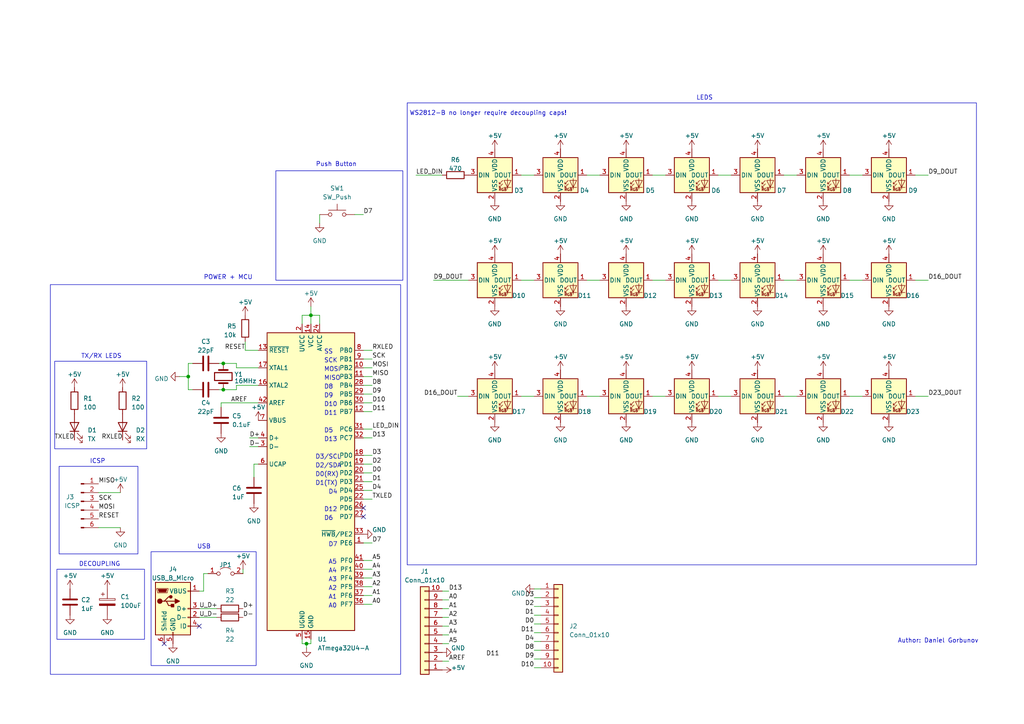
<source format=kicad_sch>
(kicad_sch (version 20231120) (generator "eeschema") (generator_version "8.0")
  (paper "A4")
  (title_block (title "Essentials of PCB Design Starter Board") (date "2024-03-17") (rev "v1"))
  (lib_symbols
    (symbol "Connector:Conn_01x06_Pin" (pin_names (offset 1.016) hide)
      (property "Reference" "J" (at 0 7.62 0))
      (property "Value" "Conn_01x06_Pin" (at 0 -10.16 0))
      (symbol "Conn_01x06_Pin_1_1"
        (polyline (pts (xy 1.27 -7.62) (xy 0.8636 -7.62)) (stroke (width 0.1524)))
        (polyline (pts (xy 1.27 -5.08) (xy 0.8636 -5.08)) (stroke (width 0.1524)))
        (polyline (pts (xy 1.27 -2.54) (xy 0.8636 -2.54)) (stroke (width 0.1524)))
        (polyline (pts (xy 1.27 0) (xy 0.8636 0)) (stroke (width 0.1524)))
        (polyline (pts (xy 1.27 2.54) (xy 0.8636 2.54)) (stroke (width 0.1524)))
        (polyline (pts (xy 1.27 5.08) (xy 0.8636 5.08)) (stroke (width 0.1524)))
        (rectangle (start 0.8636 -7.493) (end 0 -7.747) (stroke (width 0.1524)) (fill (type outline)))
        (rectangle (start 0.8636 -4.953) (end 0 -5.207) (stroke (width 0.1524)) (fill (type outline)))
        (rectangle (start 0.8636 -2.413) (end 0 -2.667) (stroke (width 0.1524)) (fill (type outline)))
        (rectangle (start 0.8636 0.127) (end 0 -0.127) (stroke (width 0.1524)) (fill (type outline)))
        (rectangle (start 0.8636 2.667) (end 0 2.413) (stroke (width 0.1524)) (fill (type outline)))
        (rectangle (start 0.8636 5.207) (end 0 4.953) (stroke (width 0.1524)) (fill (type outline)))
        (pin passive line (at 5.08 5.08 180) (length 3.81) (name "Pin_1") (number "1"))
        (pin passive line (at 5.08 2.54 180) (length 3.81) (name "Pin_2") (number "2"))
        (pin passive line (at 5.08 0 180) (length 3.81) (name "Pin_3") (number "3"))
        (pin passive line (at 5.08 -2.54 180) (length 3.81) (name "Pin_4") (number "4"))
        (pin passive line (at 5.08 -5.08 180) (length 3.81) (name "Pin_5") (number "5"))
        (pin passive line (at 5.08 -7.62 180) (length 3.81) (name "Pin_6") (number "6"))
      )
    )
    (symbol "Connector:USB_B_Micro" (pin_names (offset 1.016))
      (property "Reference" "J" (at -5.08 11.43 0))
      (property "Value" "USB_B_Micro" (at -5.08 8.89 0))
      (symbol "USB_B_Micro_0_1"
        (rectangle (start -5.08 -7.62) (end 5.08 7.62) (stroke (width 0.254)) (fill (type background)))
        (circle (center -3.81 2.159) (radius 0.635) (stroke (width 0.254)) (fill (type outline)))
        (circle (center -0.635 3.429) (radius 0.381) (stroke (width 0.254)) (fill (type outline)))
        (rectangle (start -0.127 -7.62) (end 0.127 -6.858))
        (polyline (pts (xy -1.905 2.159) (xy 0.635 2.159)) (stroke (width 0.254)))
        (polyline (pts (xy -3.175 2.159) (xy -2.54 2.159) (xy -1.27 3.429) (xy -0.635 3.429)) (stroke (width 0.254)))
        (polyline (pts (xy -2.54 2.159) (xy -1.905 2.159) (xy -1.27 0.889) (xy 0 0.889)) (stroke (width 0.254)))
        (polyline (pts (xy 0.635 2.794) (xy 0.635 1.524) (xy 1.905 2.159) (xy 0.635 2.794)) (stroke (width 0.254)) (fill (type outline)))
        (polyline (pts (xy -4.318 5.588) (xy -1.778 5.588) (xy -2.032 4.826) (xy -4.064 4.826) (xy -4.318 5.588)) (fill (type outline)))
        (polyline (pts (xy -4.699 5.842) (xy -4.699 5.588) (xy -4.445 4.826) (xy -4.445 4.572) (xy -1.651 4.572) (xy -1.651 4.826) (xy -1.397 5.588) (xy -1.397 5.842) (xy -4.699 5.842)))
        (rectangle (start 0.254 1.27) (end -0.508 0.508) (stroke (width 0.254)) (fill (type outline)))
        (rectangle (start 5.08 -5.207) (end 4.318 -4.953))
        (rectangle (start 5.08 -2.667) (end 4.318 -2.413))
        (rectangle (start 5.08 -0.127) (end 4.318 0.127))
        (rectangle (start 5.08 4.953) (end 4.318 5.207))
      )
      (symbol "USB_B_Micro_1_1"
        (pin power_out line (at 7.62 5.08 180) (length 2.54) (name "VBUS") (number "1"))
        (pin bidirectional line (at 7.62 -2.54 180) (length 2.54) (name "D-") (number "2"))
        (pin bidirectional line (at 7.62 0 180) (length 2.54) (name "D+") (number "3"))
        (pin passive line (at 7.62 -5.08 180) (length 2.54) (name "ID") (number "4"))
        (pin power_out line (at 0 -10.16 90) (length 2.54) (name "GND") (number "5"))
        (pin passive line (at -2.54 -10.16 90) (length 2.54) (name "Shield") (number "6"))
      )
    )
    (symbol "Connector_Generic:Conn_01x10" (pin_names (offset 1.016) hide)
      (property "Reference" "J" (at 0 12.7 0))
      (property "Value" "Conn_01x10" (at 0 -15.24 0))
      (symbol "Conn_01x10_1_1"
        (rectangle (start -1.27 -12.573) (end 0 -12.827) (stroke (width 0.1524)))
        (rectangle (start -1.27 -10.033) (end 0 -10.287) (stroke (width 0.1524)))
        (rectangle (start -1.27 -7.493) (end 0 -7.747) (stroke (width 0.1524)))
        (rectangle (start -1.27 -4.953) (end 0 -5.207) (stroke (width 0.1524)))
        (rectangle (start -1.27 -2.413) (end 0 -2.667) (stroke (width 0.1524)))
        (rectangle (start -1.27 0.127) (end 0 -0.127) (stroke (width 0.1524)))
        (rectangle (start -1.27 2.667) (end 0 2.413) (stroke (width 0.1524)))
        (rectangle (start -1.27 5.207) (end 0 4.953) (stroke (width 0.1524)))
        (rectangle (start -1.27 7.747) (end 0 7.493) (stroke (width 0.1524)))
        (rectangle (start -1.27 10.287) (end 0 10.033) (stroke (width 0.1524)))
        (rectangle (start -1.27 11.43) (end 1.27 -13.97) (stroke (width 0.254)) (fill (type background)))
        (pin passive line (at -5.08 10.16 0) (length 3.81) (name "Pin_1") (number "1"))
        (pin passive line (at -5.08 -12.7 0) (length 3.81) (name "Pin_10") (number "10"))
        (pin passive line (at -5.08 7.62 0) (length 3.81) (name "Pin_2") (number "2"))
        (pin passive line (at -5.08 5.08 0) (length 3.81) (name "Pin_3") (number "3"))
        (pin passive line (at -5.08 2.54 0) (length 3.81) (name "Pin_4") (number "4"))
        (pin passive line (at -5.08 0 0) (length 3.81) (name "Pin_5") (number "5"))
        (pin passive line (at -5.08 -2.54 0) (length 3.81) (name "Pin_6") (number "6"))
        (pin passive line (at -5.08 -5.08 0) (length 3.81) (name "Pin_7") (number "7"))
        (pin passive line (at -5.08 -7.62 0) (length 3.81) (name "Pin_8") (number "8"))
        (pin passive line (at -5.08 -10.16 0) (length 3.81) (name "Pin_9") (number "9"))
      )
    )
    (symbol "Device:C" (pin_numbers hide) (pin_names (offset 0.254))
      (property "Reference" "C" (at 0.635 2.54 0))
      (property "Value" "C" (at 0.635 -2.54 0))
      (symbol "C_0_1"
        (polyline (pts (xy -2.032 -0.762) (xy 2.032 -0.762)) (stroke (width 0.508)))
        (polyline (pts (xy -2.032 0.762) (xy 2.032 0.762)) (stroke (width 0.508)))
      )
      (symbol "C_1_1"
        (pin passive line (at 0 3.81 270) (length 2.794) (name "~") (number "1"))
        (pin passive line (at 0 -3.81 90) (length 2.794) (name "~") (number "2"))
      )
    )
    (symbol "Device:C_Polarized" (pin_numbers hide) (pin_names (offset 0.254))
      (property "Reference" "C" (at 0.635 2.54 0))
      (property "Value" "C_Polarized" (at 0.635 -2.54 0))
      (symbol "C_Polarized_0_1"
        (rectangle (start -2.286 0.508) (end 2.286 1.016))
        (polyline (pts (xy -1.778 2.286) (xy -0.762 2.286)))
        (polyline (pts (xy -1.27 2.794) (xy -1.27 1.778)))
        (rectangle (start 2.286 -0.508) (end -2.286 -1.016) (fill (type outline)))
      )
      (symbol "C_Polarized_1_1"
        (pin passive line (at 0 3.81 270) (length 2.794) (name "~") (number "1"))
        (pin passive line (at 0 -3.81 90) (length 2.794) (name "~") (number "2"))
      )
    )
    (symbol "Device:Crystal" (pin_numbers hide) (pin_names (offset 1.016) hide)
      (property "Reference" "Y" (at 0 3.81 0))
      (property "Value" "Crystal" (at 0 -3.81 0))
      (symbol "Crystal_0_1"
        (rectangle (start -1.143 2.54) (end 1.143 -2.54) (stroke (width 0.3048)))
        (polyline (pts (xy -2.54 0) (xy -1.905 0)))
        (polyline (pts (xy -1.905 -1.27) (xy -1.905 1.27)) (stroke (width 0.508)))
        (polyline (pts (xy 1.905 -1.27) (xy 1.905 1.27)) (stroke (width 0.508)))
        (polyline (pts (xy 2.54 0) (xy 1.905 0)))
      )
      (symbol "Crystal_1_1"
        (pin passive line (at -3.81 0 0) (length 1.27) (name "1") (number "1"))
        (pin passive line (at 3.81 0 180) (length 1.27) (name "2") (number "2"))
      )
    )
    (symbol "Device:LED" (pin_numbers hide) (pin_names (offset 1.016) hide)
      (property "Reference" "D" (at 0 2.54 0))
      (property "Value" "LED" (at 0 -2.54 0))
      (symbol "LED_0_1"
        (polyline (pts (xy -1.27 -1.27) (xy -1.27 1.27)) (stroke (width 0.254)))
        (polyline (pts (xy -1.27 0) (xy 1.27 0)))
        (polyline (pts (xy 1.27 -1.27) (xy 1.27 1.27) (xy -1.27 0) (xy 1.27 -1.27)) (stroke (width 0.254)))
        (polyline (pts (xy -3.048 -0.762) (xy -4.572 -2.286) (xy -3.81 -2.286) (xy -4.572 -2.286) (xy -4.572 -1.524)))
        (polyline (pts (xy -1.778 -0.762) (xy -3.302 -2.286) (xy -2.54 -2.286) (xy -3.302 -2.286) (xy -3.302 -1.524)))
      )
      (symbol "LED_1_1"
        (pin passive line (at -3.81 0 0) (length 2.54) (name "K") (number "1"))
        (pin passive line (at 3.81 0 180) (length 2.54) (name "A") (number "2"))
      )
    )
    (symbol "Device:R" (pin_numbers hide) (pin_names (offset 0))
      (property "Reference" "R" (at 2.032 0 90))
      (property "Value" "R" (at 0 0 90))
      (symbol "R_0_1"
        (rectangle (start -1.016 -2.54) (end 1.016 2.54) (stroke (width 0.254)))
      )
      (symbol "R_1_1"
        (pin passive line (at 0 3.81 270) (length 1.27) (name "~") (number "1"))
        (pin passive line (at 0 -3.81 90) (length 1.27) (name "~") (number "2"))
      )
    )
    (symbol "GND_1" (power) (pin_numbers hide) (pin_names (offset 0) hide)
      (property "Value" "GND" (at 0 -3.81 0))
      (symbol "GND_1_0_1"
        (polyline (pts (xy 0 0) (xy 0 -1.27) (xy 1.27 -1.27) (xy 0 -2.54) (xy -1.27 -1.27) (xy 0 -1.27)))
      )
      (symbol "GND_1_1_1"
        (pin power_in line (at 0 0 270) (length 0) (name "~") (number "1"))
      )
    )
    (symbol "Jumper:Jumper_2_Open" (pin_names (offset 0) hide)
      (property "Reference" "JP" (at 0 2.794 0))
      (property "Value" "Jumper_2_Open" (at 0 -2.286 0))
      (symbol "Jumper_2_Open_0_0"
        (circle (center -2.032 0) (radius 0.508))
        (circle (center 2.032 0) (radius 0.508))
      )
      (symbol "Jumper_2_Open_0_1"
        (arc (start 1.524 1.27) (mid 0 1.778) (end -1.524 1.27))
      )
      (symbol "Jumper_2_Open_1_1"
        (pin passive line (at -5.08 0 0) (length 2.54) (name "A") (number "1"))
        (pin passive line (at 5.08 0 180) (length 2.54) (name "B") (number "2"))
      )
    )
    (symbol "LED:SK6812MINI" (pin_names (offset 0.254))
      (property "Reference" "D" (at 5.08 5.715 0))
      (property "Value" "SK6812MINI" (at 1.27 -5.715 0))
      (symbol "SK6812MINI_0_0"
        (text "RGB" (at 2.286 -4.191 0) (effects (font (size 0.762 0.762))))
      )
      (symbol "SK6812MINI_0_1"
        (polyline (pts (xy 1.27 -3.556) (xy 1.778 -3.556)))
        (polyline (pts (xy 1.27 -2.54) (xy 1.778 -2.54)))
        (polyline (pts (xy 4.699 -3.556) (xy 2.667 -3.556)))
        (polyline (pts (xy 2.286 -2.54) (xy 1.27 -3.556) (xy 1.27 -3.048)))
        (polyline (pts (xy 2.286 -1.524) (xy 1.27 -2.54) (xy 1.27 -2.032)))
        (polyline (pts (xy 3.683 -1.016) (xy 3.683 -3.556) (xy 3.683 -4.064)))
        (polyline (pts (xy 4.699 -1.524) (xy 2.667 -1.524) (xy 3.683 -3.556) (xy 4.699 -1.524)))
        (rectangle (start 5.08 5.08) (end -5.08 -5.08) (stroke (width 0.254)) (fill (type background)))
      )
      (symbol "SK6812MINI_1_1"
        (pin output line (at 7.62 0 180) (length 2.54) (name "DOUT") (number "1"))
        (pin power_in line (at 0 -7.62 90) (length 2.54) (name "VSS") (number "2"))
        (pin input line (at -7.62 0 0) (length 2.54) (name "DIN") (number "3"))
        (pin power_in line (at 0 7.62 270) (length 2.54) (name "VDD") (number "4"))
      )
    )
    (symbol "MCU_Microchip_ATmega:ATmega32U4-A"
      (property "Reference" "U" (at -12.7 44.45 0))
      (property "Value" "ATmega32U4-A" (at 2.54 -44.45 0))
      (symbol "ATmega32U4-A_0_1"
        (rectangle (start -12.7 -43.18) (end 12.7 43.18) (stroke (width 0.254)) (fill (type background)))
      )
      (symbol "ATmega32U4-A_1_1"
        (pin bidirectional line (at 15.24 -17.78 180) (length 2.54) (name "PE6") (number "1"))
        (pin bidirectional line (at 15.24 33.02 180) (length 2.54) (name "PB2") (number "10"))
        (pin bidirectional line (at 15.24 30.48 180) (length 2.54) (name "PB3") (number "11"))
        (pin bidirectional line (at 15.24 20.32 180) (length 2.54) (name "PB7") (number "12"))
        (pin input line (at -15.24 38.1 0) (length 2.54) (name "~{RESET}") (number "13"))
        (pin power_in line (at 0 45.72 270) (length 2.54) (name "VCC") (number "14"))
        (pin power_in line (at 0 -45.72 90) (length 2.54) (name "GND") (number "15"))
        (pin output line (at -15.24 27.94 0) (length 2.54) (name "XTAL2") (number "16"))
        (pin input line (at -15.24 33.02 0) (length 2.54) (name "XTAL1") (number "17"))
        (pin bidirectional line (at 15.24 7.62 180) (length 2.54) (name "PD0") (number "18"))
        (pin bidirectional line (at 15.24 5.08 180) (length 2.54) (name "PD1") (number "19"))
        (pin power_in line (at -2.54 45.72 270) (length 2.54) (name "UVCC") (number "2"))
        (pin bidirectional line (at 15.24 2.54 180) (length 2.54) (name "PD2") (number "20"))
        (pin bidirectional line (at 15.24 0 180) (length 2.54) (name "PD3") (number "21"))
        (pin bidirectional line (at 15.24 -5.08 180) (length 2.54) (name "PD5") (number "22"))
        (pin passive line (at 0 -45.72 90) (length 2.54) hide (name "GND") (number "23"))
        (pin power_in line (at 2.54 45.72 270) (length 2.54) (name "AVCC") (number "24"))
        (pin bidirectional line (at 15.24 -2.54 180) (length 2.54) (name "PD4") (number "25"))
        (pin bidirectional line (at 15.24 -7.62 180) (length 2.54) (name "PD6") (number "26"))
        (pin bidirectional line (at 15.24 -10.16 180) (length 2.54) (name "PD7") (number "27"))
        (pin bidirectional line (at 15.24 27.94 180) (length 2.54) (name "PB4") (number "28"))
        (pin bidirectional line (at 15.24 25.4 180) (length 2.54) (name "PB5") (number "29"))
        (pin bidirectional line (at -15.24 10.16 0) (length 2.54) (name "D-") (number "3"))
        (pin bidirectional line (at 15.24 22.86 180) (length 2.54) (name "PB6") (number "30"))
        (pin bidirectional line (at 15.24 15.24 180) (length 2.54) (name "PC6") (number "31"))
        (pin bidirectional line (at 15.24 12.7 180) (length 2.54) (name "PC7") (number "32"))
        (pin bidirectional line (at 15.24 -15.24 180) (length 2.54) (name "~{HWB}/PE2") (number "33"))
        (pin passive line (at 0 45.72 270) (length 2.54) hide (name "VCC") (number "34"))
        (pin passive line (at 0 -45.72 90) (length 2.54) hide (name "GND") (number "35"))
        (pin bidirectional line (at 15.24 -35.56 180) (length 2.54) (name "PF7") (number "36"))
        (pin bidirectional line (at 15.24 -33.02 180) (length 2.54) (name "PF6") (number "37"))
        (pin bidirectional line (at 15.24 -30.48 180) (length 2.54) (name "PF5") (number "38"))
        (pin bidirectional line (at 15.24 -27.94 180) (length 2.54) (name "PF4") (number "39"))
        (pin bidirectional line (at -15.24 12.7 0) (length 2.54) (name "D+") (number "4"))
        (pin bidirectional line (at 15.24 -25.4 180) (length 2.54) (name "PF1") (number "40"))
        (pin bidirectional line (at 15.24 -22.86 180) (length 2.54) (name "PF0") (number "41"))
        (pin passive line (at -15.24 22.86 0) (length 2.54) (name "AREF") (number "42"))
        (pin passive line (at 0 -45.72 90) (length 2.54) hide (name "GND") (number "43"))
        (pin passive line (at 2.54 45.72 270) (length 2.54) hide (name "AVCC") (number "44"))
        (pin passive line (at -2.54 -45.72 90) (length 2.54) (name "UGND") (number "5"))
        (pin passive line (at -15.24 5.08 0) (length 2.54) (name "UCAP") (number "6"))
        (pin input line (at -15.24 17.78 0) (length 2.54) (name "VBUS") (number "7"))
        (pin bidirectional line (at 15.24 38.1 180) (length 2.54) (name "PB0") (number "8"))
        (pin bidirectional line (at 15.24 35.56 180) (length 2.54) (name "PB1") (number "9"))
      )
    )
    (symbol "Switch:SW_Push" (pin_numbers hide) (pin_names (offset 1.016) hide)
      (property "Reference" "SW" (at 1.27 2.54 0))
      (property "Value" "SW_Push" (at 0 -1.524 0))
      (symbol "SW_Push_0_1"
        (circle (center -2.032 0) (radius 0.508))
        (polyline (pts (xy 0 1.27) (xy 0 3.048)))
        (polyline (pts (xy 2.54 1.27) (xy -2.54 1.27)))
        (circle (center 2.032 0) (radius 0.508))
        (pin passive line (at -5.08 0 0) (length 2.54) (name "1") (number "1"))
        (pin passive line (at 5.08 0 180) (length 2.54) (name "2") (number "2"))
      )
    )
    (symbol "power:+5V" (power) (pin_names (offset 0))
      (property "Value" "+5V" (at 0 3.556 0))
      (symbol "+5V_0_1"
        (polyline (pts (xy -0.762 1.27) (xy 0 2.54)))
        (polyline (pts (xy 0 0) (xy 0 2.54)))
        (polyline (pts (xy 0 2.54) (xy 0.762 1.27)))
      )
      (symbol "+5V_1_1"
        (pin power_in line (at 0 0 90) (length 0) hide (name "+5V") (number "1"))
      )
    )
    (symbol "power:GND" (power) (pin_names (offset 0))
      (property "Value" "GND" (at 0 -3.81 0))
      (symbol "GND_0_1"
        (polyline (pts (xy 0 0) (xy 0 -1.27) (xy 1.27 -1.27) (xy 0 -2.54) (xy -1.27 -1.27) (xy 0 -1.27)))
      )
      (symbol "GND_1_1"
        (pin power_in line (at 0 0 270) (length 0) hide (name "GND") (number "1"))
      )
    )
  )
  (junction (at 54.61 109.22))
  (junction (at 64.77 105.41))
  (junction (at 90.17 91.44))
  (junction (at 64.77 113.03))
  (junction (at 88.9 186.69))
  (no_connect (at 105.41 149.86))
  (no_connect (at 57.785 181.61))
  (no_connect (at 105.41 147.32))
  (no_connect (at 47.625 186.69))
  (wire (pts (xy 128.27 171.45) (xy 130.175 171.45)))
  (wire (pts (xy 105.41 137.16) (xy 107.95 137.16)))
  (wire (pts (xy 105.41 157.48) (xy 107.95 157.48)))
  (wire (pts (xy 154.94 186.055) (xy 156.845 186.055)))
  (wire (pts (xy 105.41 132.08) (xy 107.95 132.08)))
  (wire (pts (xy 63.5 105.41) (xy 64.77 105.41)))
  (wire (pts (xy 132.715 114.935) (xy 135.89 114.935)))
  (wire (pts (xy 105.41 116.84) (xy 107.95 116.84)))
  (wire (pts (xy 227.33 50.8) (xy 231.14 50.8)))
  (wire (pts (xy 154.94 188.595) (xy 156.845 188.595)))
  (wire (pts (xy 105.41 101.6) (xy 107.95 101.6)))
  (wire (pts (xy 63.5 113.03) (xy 64.77 113.03)))
  (wire (pts (xy 87.63 185.42) (xy 87.63 186.69)))
  (wire (pts (xy 189.23 114.935) (xy 193.04 114.935)))
  (wire (pts (xy 64.135 116.84) (xy 74.93 116.84)))
  (wire (pts (xy 128.27 184.15) (xy 130.175 184.15)))
  (wire (pts (xy 68.58 111.76) (xy 68.58 113.03)))
  (wire (pts (xy 105.41 104.14) (xy 107.95 104.14)))
  (wire (pts (xy 105.41 111.76) (xy 107.95 111.76)))
  (wire (pts (xy 105.41 167.64) (xy 107.95 167.64)))
  (wire (pts (xy 107.95 106.68) (xy 105.41 106.68)))
  (wire (pts (xy 128.27 186.69) (xy 130.175 186.69)))
  (wire (pts (xy 105.41 124.46) (xy 107.95 124.46)))
  (wire (pts (xy 105.41 134.62) (xy 107.95 134.62)))
  (wire (pts (xy 74.93 106.68) (xy 68.58 106.68)))
  (wire (pts (xy 54.61 113.03) (xy 55.88 113.03)))
  (wire (pts (xy 128.27 173.99) (xy 130.175 173.99)))
  (wire (pts (xy 189.23 81.28) (xy 193.04 81.28)))
  (wire (pts (xy 154.94 191.135) (xy 156.845 191.135)))
  (wire (pts (xy 128.27 191.77) (xy 130.175 191.77)))
  (wire (pts (xy 59.055 166.37) (xy 59.055 171.45)))
  (wire (pts (xy 54.61 105.41) (xy 54.61 109.22)))
  (wire (pts (xy 170.18 114.935) (xy 173.99 114.935)))
  (wire (pts (xy 170.18 81.28) (xy 173.99 81.28)))
  (wire (pts (xy 246.38 114.935) (xy 250.19 114.935)))
  (wire (pts (xy 105.41 175.26) (xy 107.95 175.26)))
  (wire (pts (xy 34.925 153.035) (xy 28.575 153.035)))
  (wire (pts (xy 105.41 127) (xy 107.95 127)))
  (wire (pts (xy 105.41 165.1) (xy 107.95 165.1)))
  (wire (pts (xy 90.17 186.69) (xy 88.9 186.69)))
  (wire (pts (xy 105.41 142.24) (xy 107.95 142.24)))
  (wire (pts (xy 72.39 127) (xy 74.93 127)))
  (wire (pts (xy 208.28 81.28) (xy 212.09 81.28)))
  (wire (pts (xy 73.66 134.62) (xy 74.93 134.62)))
  (wire (pts (xy 105.41 144.78) (xy 107.95 144.78)))
  (wire (pts (xy 59.055 171.45) (xy 57.785 171.45)))
  (wire (pts (xy 68.58 105.41) (xy 64.77 105.41)))
  (wire (pts (xy 62.865 176.53) (xy 57.785 176.53)))
  (wire (pts (xy 120.65 50.8) (xy 128.27 50.8)))
  (wire (pts (xy 68.58 113.03) (xy 64.77 113.03)))
  (wire (pts (xy 151.13 114.935) (xy 154.94 114.935)))
  (wire (pts (xy 90.17 91.44) (xy 90.17 88.9)))
  (wire (pts (xy 62.865 179.07) (xy 57.785 179.07)))
  (wire (pts (xy 154.94 170.815) (xy 156.845 170.815)))
  (wire (pts (xy 105.41 172.72) (xy 107.95 172.72)))
  (wire (pts (xy 87.63 186.69) (xy 88.9 186.69)))
  (wire (pts (xy 265.43 114.935) (xy 269.24 114.935)))
  (wire (pts (xy 68.58 106.68) (xy 68.58 105.41)))
  (wire (pts (xy 154.94 193.675) (xy 156.845 193.675)))
  (wire (pts (xy 265.43 81.28) (xy 269.24 81.28)))
  (wire (pts (xy 90.17 91.44) (xy 90.17 93.98)))
  (wire (pts (xy 151.13 81.28) (xy 154.94 81.28)))
  (wire (pts (xy 154.94 180.975) (xy 156.845 180.975)))
  (wire (pts (xy 92.71 93.98) (xy 92.71 91.44)))
  (wire (pts (xy 105.41 119.38) (xy 107.95 119.38)))
  (wire (pts (xy 208.28 50.8) (xy 212.09 50.8)))
  (wire (pts (xy 105.41 170.18) (xy 107.95 170.18)))
  (wire (pts (xy 87.63 91.44) (xy 90.17 91.44)))
  (wire (pts (xy 151.13 50.8) (xy 154.94 50.8)))
  (wire (pts (xy 72.39 129.54) (xy 74.93 129.54)))
  (wire (pts (xy 71.12 99.06) (xy 71.12 101.6)))
  (wire (pts (xy 70.485 165.1) (xy 70.485 166.37)))
  (wire (pts (xy 128.27 179.07) (xy 130.175 179.07)))
  (wire (pts (xy 88.9 186.69) (xy 88.9 187.96)))
  (wire (pts (xy 71.12 101.6) (xy 74.93 101.6)))
  (wire (pts (xy 60.325 166.37) (xy 59.055 166.37)))
  (wire (pts (xy 128.27 176.53) (xy 130.175 176.53)))
  (wire (pts (xy 189.23 50.8) (xy 193.04 50.8)))
  (wire (pts (xy 105.41 114.3) (xy 107.95 114.3)))
  (wire (pts (xy 227.33 114.935) (xy 231.14 114.935)))
  (wire (pts (xy 54.61 109.22) (xy 52.07 109.22)))
  (wire (pts (xy 208.28 114.935) (xy 212.09 114.935)))
  (wire (pts (xy 246.38 81.28) (xy 250.19 81.28)))
  (wire (pts (xy 246.38 50.8) (xy 250.19 50.8)))
  (wire (pts (xy 265.43 50.8) (xy 269.24 50.8)))
  (wire (pts (xy 154.94 175.895) (xy 156.845 175.895)))
  (wire (pts (xy 34.925 142.875) (xy 28.575 142.875)))
  (wire (pts (xy 105.41 109.22) (xy 107.95 109.22)))
  (wire (pts (xy 128.27 181.61) (xy 130.175 181.61)))
  (wire (pts (xy 102.87 62.23) (xy 105.41 62.23)))
  (wire (pts (xy 54.61 109.22) (xy 54.61 113.03)))
  (wire (pts (xy 125.73 81.28) (xy 135.89 81.28)))
  (wire (pts (xy 64.135 116.84) (xy 64.135 118.11)))
  (wire (pts (xy 154.94 183.515) (xy 156.845 183.515)))
  (wire (pts (xy 105.41 162.56) (xy 107.95 162.56)))
  (wire (pts (xy 170.18 50.8) (xy 173.99 50.8)))
  (wire (pts (xy 92.71 91.44) (xy 90.17 91.44)))
  (wire (pts (xy 90.17 185.42) (xy 90.17 186.69)))
  (wire (pts (xy 54.61 105.41) (xy 55.88 105.41)))
  (wire (pts (xy 227.33 81.28) (xy 231.14 81.28)))
  (wire (pts (xy 154.94 173.355) (xy 156.845 173.355)))
  (wire (pts (xy 74.93 111.76) (xy 68.58 111.76)))
  (wire (pts (xy 154.94 178.435) (xy 156.845 178.435)))
  (wire (pts (xy 105.41 139.7) (xy 107.95 139.7)))
  (wire (pts (xy 73.66 138.43) (xy 73.66 134.62)))
  (wire (pts (xy 87.63 93.98) (xy 87.63 91.44)))
  (wire (pts (xy 92.71 62.23) (xy 92.71 64.77)))
  (rectangle (start 80.01 49.53) (end 116.84 81.28))
  (rectangle (start 118.11 29.845) (end 283.21 163.83))
  (rectangle (start 15.875 104.775) (end 42.545 130.175))
  (rectangle (start 14.605 82.55) (end 116.205 195.58))
  (rectangle (start 16.51 165.1) (end 41.91 185.42))
  (rectangle (start 17.145 135.255) (end 40.005 160.655))
  (rectangle (start 43.815 160.02) (end 74.295 193.04))
  (text "MOSI" (at 93.98 107.95 0) (effects (font (size 1.27 1.27)) (justify left bottom)))
  (text "Push Button" (at 97.536 47.752 0) (effects (font (size 1.27 1.27))))
  (text "D4" (at 95.25 143.51 0) (effects (font (size 1.27 1.27)) (justify left bottom)))
  (text "A4" (at 95.25 166.37 0) (effects (font (size 1.27 1.27)) (justify left bottom)))
  (text "D2/SDA" (at 91.44 135.89 0) (effects (font (size 1.27 1.27)) (justify left bottom)))
  (text "LEDS" (at 201.93 29.21 0) (effects (font (size 1.27 1.27)) (justify left bottom)))
  (text "D8" (at 93.98 113.03 0) (effects (font (size 1.27 1.27)) (justify left bottom)))
  (text "D11" (at 93.98 120.65 0) (effects (font (size 1.27 1.27)) (justify left bottom)))
  (text "D3/SCL" (at 91.44 133.35 0) (effects (font (size 1.27 1.27)) (justify left bottom)))
  (text "USB" (at 57.15 159.385 0) (effects (font (size 1.27 1.27)) (justify left bottom)))
  (text "D9" (at 93.98 115.57 0) (effects (font (size 1.27 1.27)) (justify left bottom)))
  (text "A2" (at 95.25 171.45 0) (effects (font (size 1.27 1.27)) (justify left bottom)))
  (text "DECOUPLING" (at 22.86 164.465 0) (effects (font (size 1.27 1.27)) (justify left bottom)))
  (text "D6" (at 93.98 151.13 0) (effects (font (size 1.27 1.27)) (justify left bottom)))
  (text "D1(TX)" (at 91.44 140.97 0) (effects (font (size 1.27 1.27)) (justify left bottom)))
  (text "A1" (at 95.25 173.99 0) (effects (font (size 1.27 1.27)) (justify left bottom)))
  (text "D13" (at 93.98 128.27 0) (effects (font (size 1.27 1.27)) (justify left bottom)))
  (text "D5" (at 93.98 125.73 0) (effects (font (size 1.27 1.27)) (justify left bottom)))
  (text "A0" (at 95.25 176.53 0) (effects (font (size 1.27 1.27)) (justify left bottom)))
  (text "WS2812-B no longer require decoupling caps!" (at 118.745 33.655 0) (effects (font (size 1.27 1.27)) (justify left bottom)))
  (text "Author: Daniel Gorbunov" (at 260.35 186.69 0) (effects (font (size 1.27 1.27)) (justify left bottom)))
  (text "MISO" (at 93.98 110.49 0) (effects (font (size 1.27 1.27)) (justify left bottom)))
  (text "D10" (at 93.98 118.11 0) (effects (font (size 1.27 1.27)) (justify left bottom)))
  (text "SS" (at 93.98 102.87 0) (effects (font (size 1.27 1.27)) (justify left bottom)))
  (text "A5" (at 95.25 163.83 0) (effects (font (size 1.27 1.27)) (justify left bottom)))
  (text "A3" (at 95.25 168.91 0) (effects (font (size 1.27 1.27)) (justify left bottom)))
  (text "POWER + MCU" (at 59.055 81.28 0) (effects (font (size 1.27 1.27)) (justify left bottom)))
  (text "TX/RX LEDS" (at 23.495 104.14 0) (effects (font (size 1.27 1.27)) (justify left bottom)))
  (text "ICSP" (at 26.035 134.62 0) (effects (font (size 1.27 1.27)) (justify left bottom)))
  (text "SCK" (at 93.98 105.41 0) (effects (font (size 1.27 1.27)) (justify left bottom)))
  (text "D12" (at 93.98 148.59 0) (effects (font (size 1.27 1.27)) (justify left bottom)))
  (text "D0(RX)" (at 91.44 138.43 0) (effects (font (size 1.27 1.27)) (justify left bottom)))
  (text "D7" (at 95.25 158.75 0) (effects (font (size 1.27 1.27)) (justify left bottom)))
  (label "A3" (at 130.175 181.61 0))
  (label "A5" (at 107.95 162.56 0))
  (label "A2" (at 130.175 179.07 0))
  (label "A4" (at 107.95 165.1 0))
  (label "D0" (at 154.94 180.975 180))
  (label "SCK" (at 107.95 104.14 0))
  (label "TXLED" (at 21.59 127.635 180))
  (label "D-" (at 72.39 129.54 0))
  (label "D1" (at 107.95 139.7 0))
  (label "AREF" (at 71.755 116.84 180))
  (label "A0" (at 107.95 175.26 0))
  (label "D2" (at 107.95 134.62 0))
  (label "LED_DIN" (at 107.95 124.46 0))
  (label "D13" (at 130.175 171.45 0))
  (label "D16_DOUT" (at 269.24 81.28 0))
  (label "SCK" (at 28.575 145.415 0))
  (label "U_D-" (at 57.785 179.07 0))
  (label "LED_DIN" (at 120.65 50.8 0))
  (label "RXLED" (at 35.56 127.635 180))
  (label "D10" (at 107.95 116.84 0))
  (label "D16_DOUT" (at 132.715 114.935 180))
  (label "RESET" (at 71.12 101.6 180))
  (label "D11" (at 140.97 190.5 0))
  (label "D2" (at 154.94 175.895 180))
  (label "A2" (at 107.95 170.18 0))
  (label "D3" (at 154.94 173.355 180))
  (label "D1" (at 154.94 178.435 180))
  (label "D0" (at 107.95 137.16 0))
  (label "A5" (at 130.175 186.69 0))
  (label "D4" (at 107.95 142.24 0))
  (label "D13" (at 107.95 127 0))
  (label "A1" (at 130.175 176.53 0))
  (label "D9" (at 107.95 114.3 0))
  (label "D8" (at 154.94 188.595 180))
  (label "D-" (at 70.485 179.07 0))
  (label "MOSI" (at 28.575 147.955 0))
  (label "D3" (at 107.95 132.08 0))
  (label "A4" (at 130.175 184.15 0))
  (label "TXLED" (at 107.95 144.78 0))
  (label "D10" (at 154.94 193.675 180))
  (label "RXLED" (at 107.95 101.6 0))
  (label "D23_DOUT" (at 269.24 114.935 0))
  (label "D+" (at 70.485 176.53 0))
  (label "D7" (at 105.41 62.23 0))
  (label "A0" (at 130.175 173.99 0))
  (label "D11" (at 154.94 183.515 180))
  (label "A1" (at 107.95 172.72 0))
  (label "RESET" (at 28.575 150.495 0))
  (label "MISO" (at 107.95 109.22 0))
  (label "D9_DOUT" (at 125.73 81.28 0))
  (label "MISO" (at 28.575 140.335 0))
  (label "D+" (at 72.39 127 0))
  (label "D9_DOUT" (at 269.24 50.8 0))
  (label "MOSI" (at 107.95 106.68 0))
  (label "D4" (at 154.94 186.055 180))
  (label "D7" (at 107.95 157.48 0))
  (label "U_D+" (at 57.785 176.53 0))
  (label "D9" (at 154.94 191.135 180))
  (label "D11" (at 107.95 119.38 0))
  (label "A3" (at 107.95 167.64 0))
  (label "AREF" (at 130.175 191.77 0))
  (label "D8" (at 107.95 111.76 0))
  (symbol (lib_id "power:+5V") (at 70.485 165.1 0) (unit 1)
    (property "Reference" "#PWR016" (effects (hide yes)))
    (property "Value" "+5V" (at 70.485 161.29 0))
  )
  (symbol (lib_id "power:GND") (at 162.56 58.42 0) (unit 1)
    (property "Reference" "#PWR024" (effects (hide yes)))
    (property "Value" "GND" (at 162.56 63.5 0))
  )
  (symbol (lib_id "power:+5V") (at 74.93 121.92 0) (unit 1)
    (property "Reference" "#PWR017" (effects (hide yes)))
    (property "Value" "+5V" (at 74.93 118.11 0))
  )
  (symbol (lib_id "Device:R") (at 66.675 179.07 270) (unit 1)
    (property "Reference" "R4" (at 66.675 182.88 90))
    (property "Value" "22" (at 66.675 185.42 90))
    (property "Footprint" "Resistor_SMD:R_0805_2012Metric_Pad1.20x1.40mm_HandSolder" (effects (hide yes)))
  )
  (symbol (lib_id "power:+5V") (at 181.61 43.18 0) (unit 1)
    (property "Reference" "#PWR03" (effects (hide yes)))
    (property "Value" "+5V" (at 181.61 39.37 0))
  )
  (symbol (lib_id "power:GND") (at 73.66 146.05 0) (unit 1)
    (property "Reference" "#PWR015" (effects (hide yes)))
    (property "Value" "GND" (at 73.66 151.13 0))
  )
  (symbol (lib_id "power:+5V") (at 143.51 107.315 0) (unit 1)
    (property "Reference" "#PWR050" (effects (hide yes)))
    (property "Value" "+5V" (at 143.51 103.505 0))
  )
  (symbol (lib_id "LED:SK6812MINI") (at 143.51 50.8 0) (unit 1)
    (property "Reference" "D3" (at 150.495 55.245 0))
    (property "Value" "SK6812MINI" (effects (hide yes)))
    (property "Footprint" "LED_SMD:LED_SK6812MINI_PLCC4_3.5x3.5mm_P1.75mm" (effects (hide yes)))
    (property "Datasheet" "https://cdn-shop.adafruit.com/product-files/2686/SK6812MINI_REV.01-1-2.pdf" (effects (hide yes)))
  )
  (symbol (lib_id "power:+5V") (at 143.51 73.66 0) (unit 1)
    (property "Reference" "#PWR031" (effects (hide yes)))
    (property "Value" "+5V" (at 143.51 69.85 0))
  )
  (symbol (lib_id "power:+5V") (at 90.17 88.9 0) (unit 1)
    (property "Reference" "#PWR046" (effects (hide yes)))
    (property "Value" "+5V" (at 90.17 85.09 0))
  )
  (symbol (lib_id "LED:SK6812MINI") (at 257.81 114.935 0) (unit 1)
    (property "Reference" "D23" (at 264.795 119.38 0))
    (property "Value" "SK6812MINI" (effects (hide yes)))
    (property "Footprint" "LED_SMD:LED_SK6812MINI_PLCC4_3.5x3.5mm_P1.75mm" (effects (hide yes)))
    (property "Datasheet" "https://cdn-shop.adafruit.com/product-files/2686/SK6812MINI_REV.01-1-2.pdf" (effects (hide yes)))
  )
  (symbol (lib_id "power:GND") (at 162.56 88.9 0) (unit 1)
    (property "Reference" "#PWR034" (effects (hide yes)))
    (property "Value" "GND" (at 162.56 93.98 0))
  )
  (symbol (lib_id "MCU_Microchip_ATmega:ATmega32U4-A") (at 90.17 139.7 0) (unit 1)
    (property "Reference" "U1" (at 92.1259 185.42 0) (effects (justify left)))
    (property "Value" "ATmega32U4-A" (at 92.1259 187.96 0) (effects (justify left)))
    (property "Footprint" "Package_QFP:TQFP-44_10x10mm_P0.8mm" (effects (hide yes)))
    (property "Datasheet" "http://ww1.microchip.com/downloads/en/DeviceDoc/Atmel-7766-8-bit-AVR-ATmega16U4-32U4_Datasheet.pdf" (effects (hide yes)))
  )
  (symbol (lib_name "GND_1") (lib_id "power:GND") (at 92.71 64.77 0) (unit 1)
    (property "Reference" "#PWR064" (effects (hide yes)))
    (property "Value" "GND" (at 92.71 69.85 0))
    (property "Description" "Power symbol creates a global label with name \"GND\" , ground" (effects (hide yes)))
  )
  (symbol (lib_id "LED:SK6812MINI") (at 257.81 50.8 0) (unit 1)
    (property "Reference" "D9" (at 264.795 55.245 0))
    (property "Value" "SK6812MINI" (effects (hide yes)))
    (property "Footprint" "LED_SMD:LED_SK6812MINI_PLCC4_3.5x3.5mm_P1.75mm" (effects (hide yes)))
    (property "Datasheet" "https://cdn-shop.adafruit.com/product-files/2686/SK6812MINI_REV.01-1-2.pdf" (effects (hide yes)))
  )
  (symbol (lib_id "Device:R") (at 66.675 176.53 270) (unit 1)
    (property "Reference" "R3" (at 66.675 171.45 90))
    (property "Value" "22" (at 66.675 173.99 90))
    (property "Footprint" "Resistor_SMD:R_0805_2012Metric_Pad1.20x1.40mm_HandSolder" (effects (hide yes)))
  )
  (symbol (lib_id "power:+5V") (at 238.76 73.66 0) (unit 1)
    (property "Reference" "#PWR041" (effects (hide yes)))
    (property "Value" "+5V" (at 238.76 69.85 0))
  )
  (symbol (lib_id "Device:LED") (at 21.59 123.825 90) (unit 1)
    (property "Reference" "D1" (at 25.4 124.7775 90) (effects (justify right)))
    (property "Value" "TX" (at 25.4 127.3175 90) (effects (justify right)))
    (property "Footprint" "LED_SMD:LED_0805_2012Metric_Pad1.15x1.40mm_HandSolder" (effects (hide yes)))
  )
  (symbol (lib_id "Connector:Conn_01x06_Pin") (at 23.495 145.415 0) (unit 1)
    (property "Reference" "J3" (at 20.32 144.145 0))
    (property "Value" "ICSP" (at 20.955 146.685 0))
    (property "Footprint" "Connector_PinHeader_2.54mm:PinHeader_2x03_P2.54mm_Vertical" (effects (hide yes)))
  )
  (symbol (lib_id "power:GND") (at 257.81 88.9 0) (unit 1)
    (property "Reference" "#PWR044" (effects (hide yes)))
    (property "Value" "GND" (at 257.81 93.98 0))
  )
  (symbol (lib_id "power:GND") (at 20.32 178.435 0) (unit 1)
    (property "Reference" "#PWR08" (effects (hide yes)))
    (property "Value" "GND" (at 20.32 183.515 0))
  )
  (symbol (lib_id "power:+5V") (at 35.56 112.395 0) (unit 1)
    (property "Reference" "#PWR06" (effects (hide yes)))
    (property "Value" "+5V" (at 35.56 108.585 0))
  )
  (symbol (lib_id "Switch:SW_Push") (at 97.79 62.23 0) (unit 1)
    (property "Reference" "SW1" (at 97.79 54.61 0))
    (property "Value" "SW_Push" (at 97.79 57.15 0))
    (property "Footprint" "Button_Switch_SMD:SW_SPST_PTS647_Sx38" (effects (hide yes)))
    (property "Description" "Push button switch, generic, two pins" (effects (hide yes)))
  )
  (symbol (lib_id "Connector_Generic:Conn_01x10") (at 161.925 180.975 0) (unit 1)
    (property "Reference" "J2" (at 165.1 181.61 0) (effects (justify left)))
    (property "Value" "Conn_01x10" (at 165.1 184.15 0) (effects (justify left)))
    (property "Footprint" "Connector_PinHeader_2.54mm:PinHeader_1x10_P2.54mm_Vertical" (effects (hide yes)))
  )
  (symbol (lib_id "LED:SK6812MINI") (at 143.51 81.28 0) (unit 1)
    (property "Reference" "D10" (at 150.495 85.725 0))
    (property "Value" "SK6812MINI" (effects (hide yes)))
    (property "Footprint" "LED_SMD:LED_SK6812MINI_PLCC4_3.5x3.5mm_P1.75mm" (effects (hide yes)))
    (property "Datasheet" "https://cdn-shop.adafruit.com/product-files/2686/SK6812MINI_REV.01-1-2.pdf" (effects (hide yes)))
  )
  (symbol (lib_id "Device:C") (at 73.66 142.24 0) (unit 1)
    (property "Reference" "C6" (at 67.31 141.605 0) (effects (justify left)))
    (property "Value" "1uF" (at 67.31 144.145 0) (effects (justify left)))
    (property "Footprint" "Capacitor_SMD:C_0805_2012Metric_Pad1.18x1.45mm_HandSolder" (effects (hide yes)))
  )
  (symbol (lib_id "power:+5V") (at 200.66 43.18 0) (unit 1)
    (property "Reference" "#PWR05" (effects (hide yes)))
    (property "Value" "+5V" (at 200.66 39.37 0))
  )
  (symbol (lib_id "power:GND") (at 52.07 109.22 270) (unit 1)
    (property "Reference" "#PWR09" (effects (hide yes)))
    (property "Value" "GND" (at 48.895 109.855 90) (effects (justify right)))
  )
  (symbol (lib_id "Device:Crystal") (at 64.77 109.22 270) (unit 1)
    (property "Reference" "Y1" (at 67.945 108.585 90) (effects (justify left)))
    (property "Value" "16MHz" (at 67.945 110.49 90) (effects (justify left)))
    (property "Footprint" "Crystal:Crystal_SMD_5032-2Pin_5.0x3.2mm" (effects (hide yes)))
  )
  (symbol (lib_id "power:+5V") (at 162.56 73.66 0) (unit 1)
    (property "Reference" "#PWR033" (effects (hide yes)))
    (property "Value" "+5V" (at 162.56 69.85 0))
  )
  (symbol (lib_id "power:+5V") (at 34.925 142.875 0) (unit 1)
    (property "Reference" "#PWR011" (effects (hide yes)))
    (property "Value" "+5V" (at 34.925 139.065 0))
  )
  (symbol (lib_id "Device:LED") (at 35.56 123.825 90) (unit 1)
    (property "Reference" "D2" (at 39.37 124.7775 90) (effects (justify right)))
    (property "Value" "RX" (at 39.37 127.3175 90) (effects (justify right)))
    (property "Footprint" "LED_SMD:LED_0805_2012Metric_Pad1.15x1.40mm_HandSolder" (effects (hide yes)))
  )
  (symbol (lib_id "power:GND") (at 181.61 122.555 0) (unit 1)
    (property "Reference" "#PWR055" (effects (hide yes)))
    (property "Value" "GND" (at 181.61 127.635 0))
  )
  (symbol (lib_id "Device:C") (at 20.32 174.625 0) (unit 1)
    (property "Reference" "C2" (at 23.495 173.99 0) (effects (justify left)))
    (property "Value" "1uF" (at 23.495 176.53 0) (effects (justify left)))
    (property "Footprint" "Capacitor_SMD:C_0805_2012Metric_Pad1.18x1.45mm_HandSolder" (effects (hide yes)))
  )
  (symbol (lib_id "power:+5V") (at 181.61 107.315 0) (unit 1)
    (property "Reference" "#PWR054" (effects (hide yes)))
    (property "Value" "+5V" (at 181.61 103.505 0))
  )
  (symbol (lib_id "LED:SK6812MINI") (at 257.81 81.28 0) (unit 1)
    (property "Reference" "D16" (at 264.795 85.725 0))
    (property "Value" "SK6812MINI" (effects (hide yes)))
    (property "Footprint" "LED_SMD:LED_SK6812MINI_PLCC4_3.5x3.5mm_P1.75mm" (effects (hide yes)))
    (property "Datasheet" "https://cdn-shop.adafruit.com/product-files/2686/SK6812MINI_REV.01-1-2.pdf" (effects (hide yes)))
  )
  (symbol (lib_id "Device:R") (at 132.08 50.8 90) (unit 1)
    (property "Reference" "R6" (at 132.08 46.355 90))
    (property "Value" "470" (at 132.08 48.895 90))
    (property "Footprint" "Resistor_SMD:R_0805_2012Metric_Pad1.20x1.40mm_HandSolder" (effects (hide yes)))
  )
  (symbol (lib_id "power:+5V") (at 128.27 194.31 270) (unit 1)
    (property "Reference" "#PWR047" (effects (hide yes)))
    (property "Value" "+5V" (at 130.81 193.675 90) (effects (justify left)))
  )
  (symbol (lib_id "power:+5V") (at 200.66 73.66 0) (unit 1)
    (property "Reference" "#PWR037" (effects (hide yes)))
    (property "Value" "+5V" (at 200.66 69.85 0))
  )
  (symbol (lib_id "LED:SK6812MINI") (at 162.56 81.28 0) (unit 1)
    (property "Reference" "D11" (at 169.545 85.725 0))
    (property "Value" "SK6812MINI" (effects (hide yes)))
    (property "Footprint" "LED_SMD:LED_SK6812MINI_PLCC4_3.5x3.5mm_P1.75mm" (effects (hide yes)))
    (property "Datasheet" "https://cdn-shop.adafruit.com/product-files/2686/SK6812MINI_REV.01-1-2.pdf" (effects (hide yes)))
  )
  (symbol (lib_id "power:GND") (at 34.925 153.035 0) (unit 1)
    (property "Reference" "#PWR012" (effects (hide yes)))
    (property "Value" "GND" (at 34.925 158.115 0))
  )
  (symbol (lib_id "LED:SK6812MINI") (at 162.56 50.8 0) (unit 1)
    (property "Reference" "D4" (at 169.545 55.245 0))
    (property "Value" "SK6812MINI" (effects (hide yes)))
    (property "Footprint" "LED_SMD:LED_SK6812MINI_PLCC4_3.5x3.5mm_P1.75mm" (effects (hide yes)))
    (property "Datasheet" "https://cdn-shop.adafruit.com/product-files/2686/SK6812MINI_REV.01-1-2.pdf" (effects (hide yes)))
  )
  (symbol (lib_id "power:GND") (at 219.71 88.9 0) (unit 1)
    (property "Reference" "#PWR040" (effects (hide yes)))
    (property "Value" "GND" (at 219.71 93.98 0))
  )
  (symbol (lib_id "power:GND") (at 105.41 154.94 90) (unit 1)
    (property "Reference" "#PWR020" (effects (hide yes)))
    (property "Value" "GND" (at 107.95 153.67 90) (effects (justify right)))
  )
  (symbol (lib_id "power:GND") (at 219.71 58.42 0) (unit 1)
    (property "Reference" "#PWR026" (effects (hide yes)))
    (property "Value" "GND" (at 219.71 63.5 0))
  )
  (symbol (lib_id "LED:SK6812MINI") (at 200.66 50.8 0) (unit 1)
    (property "Reference" "D6" (at 207.645 55.245 0))
    (property "Value" "SK6812MINI" (effects (hide yes)))
    (property "Footprint" "LED_SMD:LED_SK6812MINI_PLCC4_3.5x3.5mm_P1.75mm" (effects (hide yes)))
    (property "Datasheet" "https://cdn-shop.adafruit.com/product-files/2686/SK6812MINI_REV.01-1-2.pdf" (effects (hide yes)))
  )
  (symbol (lib_id "Device:R") (at 35.56 116.205 180) (unit 1)
    (property "Reference" "R2" (at 38.1 115.57 0) (effects (justify right)))
    (property "Value" "100" (at 38.1 118.11 0) (effects (justify right)))
    (property "Footprint" "Resistor_SMD:R_0805_2012Metric_Pad1.20x1.40mm_HandSolder" (effects (hide yes)))
  )
  (symbol (lib_id "Device:C") (at 59.69 113.03 270) (unit 1)
    (property "Reference" "C4" (at 59.69 116.84 90))
    (property "Value" "22pF" (at 59.69 119.38 90))
    (property "Footprint" "Capacitor_SMD:C_0805_2012Metric_Pad1.18x1.45mm_HandSolder" (effects (hide yes)))
  )
  (symbol (lib_id "LED:SK6812MINI") (at 143.51 114.935 0) (unit 1)
    (property "Reference" "D17" (at 150.495 119.38 0))
    (property "Value" "SK6812MINI" (effects (hide yes)))
    (property "Footprint" "LED_SMD:LED_SK6812MINI_PLCC4_3.5x3.5mm_P1.75mm" (effects (hide yes)))
    (property "Datasheet" "https://cdn-shop.adafruit.com/product-files/2686/SK6812MINI_REV.01-1-2.pdf" (effects (hide yes)))
  )
  (symbol (lib_id "LED:SK6812MINI") (at 181.61 81.28 0) (unit 1)
    (property "Reference" "D12" (at 188.595 85.725 0))
    (property "Value" "SK6812MINI" (effects (hide yes)))
    (property "Footprint" "LED_SMD:LED_SK6812MINI_PLCC4_3.5x3.5mm_P1.75mm" (effects (hide yes)))
    (property "Datasheet" "https://cdn-shop.adafruit.com/product-files/2686/SK6812MINI_REV.01-1-2.pdf" (effects (hide yes)))
  )
  (symbol (lib_id "power:GND") (at 181.61 88.9 0) (unit 1)
    (property "Reference" "#PWR036" (effects (hide yes)))
    (property "Value" "GND" (at 181.61 93.98 0))
  )
  (symbol (lib_id "power:+5V") (at 71.12 91.44 0) (unit 1)
    (property "Reference" "#PWR014" (effects (hide yes)))
    (property "Value" "+5V" (at 71.12 87.63 0))
  )
  (symbol (lib_id "Connector:USB_B_Micro") (at 50.165 176.53 0) (unit 1)
    (property "Reference" "J4" (at 50.165 165.1 0))
    (property "Value" "USB_B_Micro" (at 50.165 167.64 0))
    (property "Footprint" "Connector_USB:USB_Micro-B_GCT_USB3076-30-A" (effects (hide yes)))
  )
  (symbol (lib_id "Device:R") (at 71.12 95.25 0) (unit 1)
    (property "Reference" "R5" (at 68.58 94.615 0) (effects (justify right)))
    (property "Value" "10k" (at 68.58 97.155 0) (effects (justify right)))
    (property "Footprint" "Resistor_SMD:R_0805_2012Metric_Pad1.20x1.40mm_HandSolder" (effects (hide yes)))
  )
  (symbol (lib_id "power:GND") (at 219.71 122.555 0) (unit 1)
    (property "Reference" "#PWR059" (effects (hide yes)))
    (property "Value" "GND" (at 219.71 127.635 0))
  )
  (symbol (lib_id "power:GND") (at 143.51 122.555 0) (unit 1)
    (property "Reference" "#PWR051" (effects (hide yes)))
    (property "Value" "GND" (at 143.51 127.635 0))
  )
  (symbol (lib_id "power:+5V") (at 219.71 43.18 0) (unit 1)
    (property "Reference" "#PWR025" (effects (hide yes)))
    (property "Value" "+5V" (at 219.71 39.37 0))
  )
  (symbol (lib_id "LED:SK6812MINI") (at 238.76 114.935 0) (unit 1)
    (property "Reference" "D22" (at 245.745 119.38 0))
    (property "Value" "SK6812MINI" (effects (hide yes)))
    (property "Footprint" "LED_SMD:LED_SK6812MINI_PLCC4_3.5x3.5mm_P1.75mm" (effects (hide yes)))
    (property "Datasheet" "https://cdn-shop.adafruit.com/product-files/2686/SK6812MINI_REV.01-1-2.pdf" (effects (hide yes)))
  )
  (symbol (lib_id "power:GND") (at 88.9 187.96 0) (unit 1)
    (property "Reference" "#PWR018" (effects (hide yes)))
    (property "Value" "GND" (at 88.9 193.04 0))
  )
  (symbol (lib_id "Device:R") (at 21.59 116.205 180) (unit 1)
    (property "Reference" "R1" (at 24.13 115.57 0) (effects (justify right)))
    (property "Value" "100" (at 24.13 118.11 0) (effects (justify right)))
    (property "Footprint" "Resistor_SMD:R_0805_2012Metric_Pad1.20x1.40mm_HandSolder" (effects (hide yes)))
  )
  (symbol (lib_id "power:GND") (at 200.66 58.42 0) (unit 1)
    (property "Reference" "#PWR022" (effects (hide yes)))
    (property "Value" "GND" (at 200.66 63.5 0))
  )
  (symbol (lib_id "power:GND") (at 162.56 122.555 0) (unit 1)
    (property "Reference" "#PWR053" (effects (hide yes)))
    (property "Value" "GND" (at 162.56 127.635 0))
  )
  (symbol (lib_id "power:GND") (at 64.135 125.73 0) (unit 1)
    (property "Reference" "#PWR013" (effects (hide yes)))
    (property "Value" "GND" (at 64.135 130.81 0))
  )
  (symbol (lib_id "LED:SK6812MINI") (at 219.71 114.935 0) (unit 1)
    (property "Reference" "D21" (at 226.695 119.38 0))
    (property "Value" "SK6812MINI" (effects (hide yes)))
    (property "Footprint" "LED_SMD:LED_SK6812MINI_PLCC4_3.5x3.5mm_P1.75mm" (effects (hide yes)))
    (property "Datasheet" "https://cdn-shop.adafruit.com/product-files/2686/SK6812MINI_REV.01-1-2.pdf" (effects (hide yes)))
  )
  (symbol (lib_id "LED:SK6812MINI") (at 238.76 81.28 0) (unit 1)
    (property "Reference" "D15" (at 245.745 85.725 0))
    (property "Value" "SK6812MINI" (effects (hide yes)))
    (property "Footprint" "LED_SMD:LED_SK6812MINI_PLCC4_3.5x3.5mm_P1.75mm" (effects (hide yes)))
    (property "Datasheet" "https://cdn-shop.adafruit.com/product-files/2686/SK6812MINI_REV.01-1-2.pdf" (effects (hide yes)))
  )
  (symbol (lib_id "LED:SK6812MINI") (at 162.56 114.935 0) (unit 1)
    (property "Reference" "D18" (at 169.545 119.38 0))
    (property "Value" "SK6812MINI" (effects (hide yes)))
    (property "Footprint" "LED_SMD:LED_SK6812MINI_PLCC4_3.5x3.5mm_P1.75mm" (effects (hide yes)))
    (property "Datasheet" "https://cdn-shop.adafruit.com/product-files/2686/SK6812MINI_REV.01-1-2.pdf" (effects (hide yes)))
  )
  (symbol (lib_id "power:+5V") (at 143.51 43.18 0) (unit 1)
    (property "Reference" "#PWR021" (effects (hide yes)))
    (property "Value" "+5V" (at 143.51 39.37 0))
  )
  (symbol (lib_id "LED:SK6812MINI") (at 219.71 81.28 0) (unit 1)
    (property "Reference" "D14" (at 226.695 85.725 0))
    (property "Value" "SK6812MINI" (effects (hide yes)))
    (property "Footprint" "LED_SMD:LED_SK6812MINI_PLCC4_3.5x3.5mm_P1.75mm" (effects (hide yes)))
    (property "Datasheet" "https://cdn-shop.adafruit.com/product-files/2686/SK6812MINI_REV.01-1-2.pdf" (effects (hide yes)))
  )
  (symbol (lib_id "power:GND") (at 200.66 122.555 0) (unit 1)
    (property "Reference" "#PWR057" (effects (hide yes)))
    (property "Value" "GND" (at 200.66 127.635 0))
  )
  (symbol (lib_id "power:+5V") (at 200.66 107.315 0) (unit 1)
    (property "Reference" "#PWR056" (effects (hide yes)))
    (property "Value" "+5V" (at 200.66 103.505 0))
  )
  (symbol (lib_id "power:GND") (at 50.165 186.69 0) (unit 1)
    (property "Reference" "#PWR010" (effects (hide yes)))
    (property "Value" "GND" (at 50.165 191.77 0))
  )
  (symbol (lib_id "Device:C") (at 64.135 121.92 0) (unit 1)
    (property "Reference" "C5" (at 67.31 120.65 0) (effects (justify left)))
    (property "Value" "0.1uF" (at 67.31 123.19 0) (effects (justify left)))
    (property "Footprint" "Capacitor_SMD:C_0805_2012Metric_Pad1.18x1.45mm_HandSolder" (effects (hide yes)))
  )
  (symbol (lib_id "power:GND") (at 143.51 88.9 0) (unit 1)
    (property "Reference" "#PWR032" (effects (hide yes)))
    (property "Value" "GND" (at 143.51 93.98 0))
  )
  (symbol (lib_id "power:GND") (at 181.61 58.42 0) (unit 1)
    (property "Reference" "#PWR04" (effects (hide yes)))
    (property "Value" "GND" (at 181.61 63.5 0))
  )
  (symbol (lib_id "power:GND") (at 128.27 189.23 90) (unit 1)
    (property "Reference" "#PWR048" (effects (hide yes)))
    (property "Value" "GND" (at 130.81 187.96 90) (effects (justify right)))
  )
  (symbol (lib_id "Jumper:Jumper_2_Open") (at 65.405 166.37 0) (unit 1)
    (property "Reference" "JP1" (at 65.405 163.83 0))
    (property "Value" "Jumper_2_Open" (effects (hide yes)))
    (property "Footprint" "Jumper:SolderJumper-2_P1.3mm_Open_TrianglePad1.0x1.5mm" (effects (hide yes)))
  )
  (symbol (lib_id "power:GND") (at 200.66 88.9 0) (unit 1)
    (property "Reference" "#PWR038" (effects (hide yes)))
    (property "Value" "GND" (at 200.66 93.98 0))
  )
  (symbol (lib_id "power:+5V") (at 20.32 170.815 0) (unit 1)
    (property "Reference" "#PWR07" (effects (hide yes)))
    (property "Value" "+5V" (at 20.32 167.005 0))
  )
  (symbol (lib_id "power:GND") (at 257.81 58.42 0) (unit 1)
    (property "Reference" "#PWR030" (effects (hide yes)))
    (property "Value" "GND" (at 257.81 63.5 0))
  )
  (symbol (lib_id "power:+5V") (at 162.56 43.18 0) (unit 1)
    (property "Reference" "#PWR02" (effects (hide yes)))
    (property "Value" "+5V" (at 162.56 39.37 0))
  )
  (symbol (lib_id "power:+5V") (at 219.71 107.315 0) (unit 1)
    (property "Reference" "#PWR058" (effects (hide yes)))
    (property "Value" "+5V" (at 219.71 103.505 0))
  )
  (symbol (lib_id "power:+5V") (at 181.61 73.66 0) (unit 1)
    (property "Reference" "#PWR035" (effects (hide yes)))
    (property "Value" "+5V" (at 181.61 69.85 0))
  )
  (symbol (lib_id "power:GND") (at 31.115 178.435 0) (unit 1)
    (property "Reference" "#PWR045" (effects (hide yes)))
    (property "Value" "GND" (at 31.115 183.515 0))
  )
  (symbol (lib_id "power:GND") (at 257.81 122.555 0) (unit 1)
    (property "Reference" "#PWR063" (effects (hide yes)))
    (property "Value" "GND" (at 257.81 127.635 0))
  )
  (symbol (lib_id "power:+5V") (at 219.71 73.66 0) (unit 1)
    (property "Reference" "#PWR039" (effects (hide yes)))
    (property "Value" "+5V" (at 219.71 69.85 0))
  )
  (symbol (lib_id "Device:C") (at 59.69 105.41 270) (unit 1)
    (property "Reference" "C3" (at 59.69 99.06 90))
    (property "Value" "22pF" (at 59.69 101.6 90))
    (property "Footprint" "Capacitor_SMD:C_0805_2012Metric_Pad1.18x1.45mm_HandSolder" (effects (hide yes)))
  )
  (symbol (lib_id "LED:SK6812MINI") (at 200.66 81.28 0) (unit 1)
    (property "Reference" "D13" (at 207.645 85.725 0))
    (property "Value" "SK6812MINI" (effects (hide yes)))
    (property "Footprint" "LED_SMD:LED_SK6812MINI_PLCC4_3.5x3.5mm_P1.75mm" (effects (hide yes)))
    (property "Datasheet" "https://cdn-shop.adafruit.com/product-files/2686/SK6812MINI_REV.01-1-2.pdf" (effects (hide yes)))
  )
  (symbol (lib_id "power:+5V") (at 21.59 112.395 0) (unit 1)
    (property "Reference" "#PWR01" (effects (hide yes)))
    (property "Value" "+5V" (at 21.59 108.585 0))
  )
  (symbol (lib_id "power:GND") (at 238.76 122.555 0) (unit 1)
    (property "Reference" "#PWR061" (effects (hide yes)))
    (property "Value" "GND" (at 238.76 127.635 0))
  )
  (symbol (lib_id "LED:SK6812MINI") (at 181.61 50.8 0) (unit 1)
    (property "Reference" "D5" (at 188.595 55.245 0))
    (property "Value" "SK6812MINI" (effects (hide yes)))
    (property "Footprint" "LED_SMD:LED_SK6812MINI_PLCC4_3.5x3.5mm_P1.75mm" (effects (hide yes)))
    (property "Datasheet" "https://cdn-shop.adafruit.com/product-files/2686/SK6812MINI_REV.01-1-2.pdf" (effects (hide yes)))
  )
  (symbol (lib_id "LED:SK6812MINI") (at 181.61 114.935 0) (unit 1)
    (property "Reference" "D19" (at 188.595 119.38 0))
    (property "Value" "SK6812MINI" (effects (hide yes)))
    (property "Footprint" "LED_SMD:LED_SK6812MINI_PLCC4_3.5x3.5mm_P1.75mm" (effects (hide yes)))
    (property "Datasheet" "https://cdn-shop.adafruit.com/product-files/2686/SK6812MINI_REV.01-1-2.pdf" (effects (hide yes)))
  )
  (symbol (lib_id "LED:SK6812MINI") (at 238.76 50.8 0) (unit 1)
    (property "Reference" "D8" (at 245.745 55.245 0))
    (property "Value" "SK6812MINI" (effects (hide yes)))
    (property "Footprint" "LED_SMD:LED_SK6812MINI_PLCC4_3.5x3.5mm_P1.75mm" (effects (hide yes)))
    (property "Datasheet" "https://cdn-shop.adafruit.com/product-files/2686/SK6812MINI_REV.01-1-2.pdf" (effects (hide yes)))
  )
  (symbol (lib_id "LED:SK6812MINI") (at 219.71 50.8 0) (unit 1)
    (property "Reference" "D7" (at 226.695 55.245 0))
    (property "Value" "SK6812MINI" (effects (hide yes)))
    (property "Footprint" "LED_SMD:LED_SK6812MINI_PLCC4_3.5x3.5mm_P1.75mm" (effects (hide yes)))
    (property "Datasheet" "https://cdn-shop.adafruit.com/product-files/2686/SK6812MINI_REV.01-1-2.pdf" (effects (hide yes)))
  )
  (symbol (lib_id "power:+5V") (at 257.81 43.18 0) (unit 1)
    (property "Reference" "#PWR029" (effects (hide yes)))
    (property "Value" "+5V" (at 257.81 39.37 0))
  )
  (symbol (lib_id "Device:C_Polarized") (at 31.115 174.625 0) (unit 1)
    (property "Reference" "C1" (at 34.925 173.101 0) (effects (justify left)))
    (property "Value" "100uF" (at 34.925 175.641 0) (effects (justify left)))
    (property "Footprint" "Capacitor_SMD:CP_Elec_5x5.3" (effects (hide yes)))
  )
  (symbol (lib_id "power:GND") (at 143.51 58.42 0) (unit 1)
    (property "Reference" "#PWR023" (effects (hide yes)))
    (property "Value" "GND" (at 143.51 63.5 0))
  )
  (symbol (lib_id "power:+5V") (at 257.81 73.66 0) (unit 1)
    (property "Reference" "#PWR043" (effects (hide yes)))
    (property "Value" "+5V" (at 257.81 69.85 0))
  )
  (symbol (lib_id "power:+5V") (at 31.115 170.815 0) (unit 1)
    (property "Reference" "#PWR019" (effects (hide yes)))
    (property "Value" "+5V" (at 31.115 167.005 0))
  )
  (symbol (lib_id "Connector_Generic:Conn_01x10") (at 123.19 184.15 180) (unit 1)
    (property "Reference" "J1" (at 123.19 165.735 0))
    (property "Value" "Conn_01x10" (at 123.19 168.275 0))
    (property "Footprint" "Connector_PinHeader_2.54mm:PinHeader_1x10_P2.54mm_Vertical" (effects (hide yes)))
  )
  (symbol (lib_id "power:+5V") (at 257.81 107.315 0) (unit 1)
    (property "Reference" "#PWR062" (effects (hide yes)))
    (property "Value" "+5V" (at 257.81 103.505 0))
  )
  (symbol (lib_id "power:GND") (at 154.94 170.815 270) (unit 1)
    (property "Reference" "#PWR049" (effects (hide yes)))
    (property "Value" "GND" (at 152.4 172.085 90) (effects (justify right)))
  )
  (symbol (lib_id "power:+5V") (at 162.56 107.315 0) (unit 1)
    (property "Reference" "#PWR052" (effects (hide yes)))
    (property "Value" "+5V" (at 162.56 103.505 0))
  )
  (symbol (lib_id "power:GND") (at 238.76 58.42 0) (unit 1)
    (property "Reference" "#PWR028" (effects (hide yes)))
    (property "Value" "GND" (at 238.76 63.5 0))
  )
  (symbol (lib_id "power:GND") (at 238.76 88.9 0) (unit 1)
    (property "Reference" "#PWR042" (effects (hide yes)))
    (property "Value" "GND" (at 238.76 93.98 0))
  )
  (symbol (lib_id "power:+5V") (at 238.76 43.18 0) (unit 1)
    (property "Reference" "#PWR027" (effects (hide yes)))
    (property "Value" "+5V" (at 238.76 39.37 0))
  )
  (symbol (lib_id "power:+5V") (at 238.76 107.315 0) (unit 1)
    (property "Reference" "#PWR060" (effects (hide yes)))
    (property "Value" "+5V" (at 238.76 103.505 0))
  )
  (symbol (lib_id "LED:SK6812MINI") (at 200.66 114.935 0) (unit 1)
    (property "Reference" "D20" (at 207.645 119.38 0))
    (property "Value" "SK6812MINI" (effects (hide yes)))
    (property "Footprint" "LED_SMD:LED_SK6812MINI_PLCC4_3.5x3.5mm_P1.75mm" (effects (hide yes)))
    (property "Datasheet" "https://cdn-shop.adafruit.com/product-files/2686/SK6812MINI_REV.01-1-2.pdf" (effects (hide yes)))
  )
)
</source>
